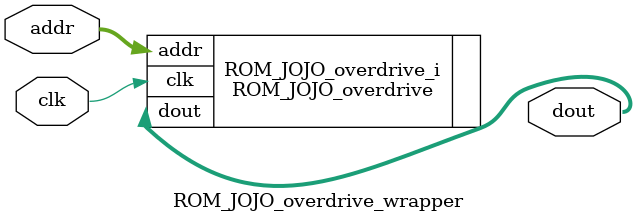
<source format=v>
`timescale 1 ps / 1 ps

module ROM_JOJO_overdrive_wrapper
   (addr,
    clk,
    dout);
  input [13:0]addr;
  input clk;
  output [11:0]dout;

  wire [13:0]addr;
  wire clk;
  wire [11:0]dout;

  ROM_JOJO_overdrive ROM_JOJO_overdrive_i
       (.addr(addr),
        .clk(clk),
        .dout(dout));
endmodule

</source>
